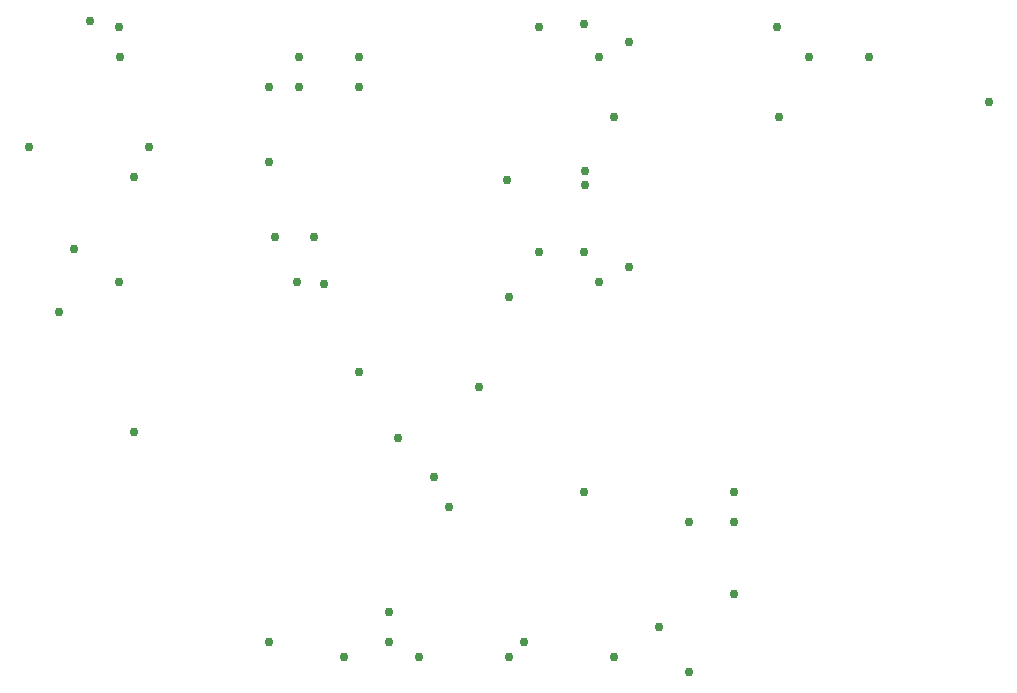
<source format=gbr>
G04 EAGLE Gerber RS-274X export*
G75*
%MOMM*%
%FSLAX34Y34*%
%LPD*%
%INVias*%
%IPPOS*%
%AMOC8*
5,1,8,0,0,1.08239X$1,22.5*%
G01*
%ADD10C,0.756400*%


D10*
X711200Y152400D03*
X355600Y50800D03*
X711200Y25400D03*
X749300Y177800D03*
X177800Y330200D03*
X584200Y571500D03*
X419100Y38100D03*
X495300Y190500D03*
X647700Y38100D03*
X379730Y355600D03*
X584200Y381000D03*
X431800Y520700D03*
X381000Y520700D03*
X204470Y576580D03*
X622300Y574040D03*
X786130Y571500D03*
X812800Y546100D03*
X749300Y91440D03*
X190500Y383540D03*
X749300Y152400D03*
X228600Y571500D03*
X965200Y508000D03*
X355600Y520700D03*
X241300Y228600D03*
X622300Y177800D03*
X152400Y469900D03*
X787400Y495300D03*
X660400Y558800D03*
X457200Y76200D03*
X508000Y165100D03*
X685800Y63500D03*
X660400Y368300D03*
X431800Y546100D03*
X647700Y495300D03*
X635000Y355600D03*
X229870Y546100D03*
X623570Y449580D03*
X355600Y457200D03*
X381000Y546100D03*
X254000Y469900D03*
X533400Y266700D03*
X241300Y444500D03*
X623570Y438150D03*
X402590Y354330D03*
X622300Y381000D03*
X464820Y223520D03*
X431800Y279400D03*
X557530Y441960D03*
X558800Y342900D03*
X863600Y546100D03*
X635000Y546100D03*
X482600Y38100D03*
X558800Y38100D03*
X393700Y393700D03*
X360680Y393700D03*
X228600Y355600D03*
X457200Y50800D03*
X571500Y50800D03*
M02*

</source>
